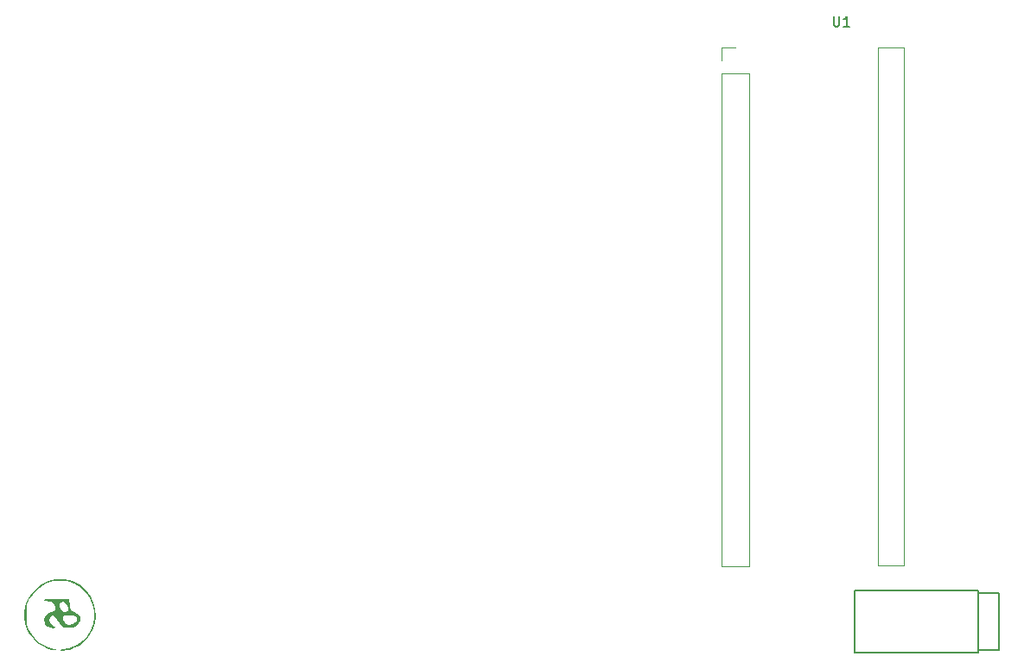
<source format=gbo>
%TF.GenerationSoftware,KiCad,Pcbnew,8.0.4*%
%TF.CreationDate,2024-08-06T18:16:02+02:00*%
%TF.ProjectId,keyboard_pcb,6b657962-6f61-4726-945f-7063622e6b69,rev1.0*%
%TF.SameCoordinates,Original*%
%TF.FileFunction,Legend,Bot*%
%TF.FilePolarity,Positive*%
%FSLAX46Y46*%
G04 Gerber Fmt 4.6, Leading zero omitted, Abs format (unit mm)*
G04 Created by KiCad (PCBNEW 8.0.4) date 2024-08-06 18:16:02*
%MOMM*%
%LPD*%
G01*
G04 APERTURE LIST*
%ADD10C,0.150000*%
%ADD11C,0.120000*%
%ADD12C,0.000000*%
G04 APERTURE END LIST*
D10*
X188653095Y-48664819D02*
X188653095Y-49474342D01*
X188653095Y-49474342D02*
X188700714Y-49569580D01*
X188700714Y-49569580D02*
X188748333Y-49617200D01*
X188748333Y-49617200D02*
X188843571Y-49664819D01*
X188843571Y-49664819D02*
X189034047Y-49664819D01*
X189034047Y-49664819D02*
X189129285Y-49617200D01*
X189129285Y-49617200D02*
X189176904Y-49569580D01*
X189176904Y-49569580D02*
X189224523Y-49474342D01*
X189224523Y-49474342D02*
X189224523Y-48664819D01*
X190224523Y-49664819D02*
X189653095Y-49664819D01*
X189938809Y-49664819D02*
X189938809Y-48664819D01*
X189938809Y-48664819D02*
X189843571Y-48807676D01*
X189843571Y-48807676D02*
X189748333Y-48902914D01*
X189748333Y-48902914D02*
X189653095Y-48950533D01*
%TO.C,J1*%
X190750000Y-104950000D02*
X190750000Y-111050000D01*
X202850000Y-104950000D02*
X190750000Y-104950000D01*
X202850000Y-104950000D02*
X202850000Y-111050000D01*
X202850000Y-105200000D02*
X204850000Y-105200000D01*
X202850000Y-110800000D02*
X204850000Y-110800000D01*
X202850000Y-111050000D02*
X190750000Y-111050000D01*
X204850000Y-105200000D02*
X204850000Y-110800000D01*
D11*
%TO.C,U1*%
X177705000Y-51690000D02*
X179035000Y-51690000D01*
X177705000Y-53020000D02*
X177705000Y-51690000D01*
X177705000Y-54290000D02*
X180365000Y-54290000D01*
X177705000Y-102610000D02*
X177705000Y-54290000D01*
X180365000Y-54290000D02*
X180365000Y-102610000D01*
X180365000Y-102610000D02*
X177705000Y-102610000D01*
X193005000Y-51750000D02*
X195545000Y-51750000D01*
X193005000Y-102550000D02*
X193005000Y-51750000D01*
X195545000Y-51750000D02*
X195545000Y-102550000D01*
X195545000Y-102550000D02*
X193005000Y-102550000D01*
D12*
%TO.C,G\u002A\u002A\u002A*%
G36*
X116272580Y-108232603D02*
G01*
X116033250Y-108914727D01*
X115643218Y-109559603D01*
X115627512Y-109580265D01*
X115221658Y-110023986D01*
X114737047Y-110380631D01*
X114129033Y-110683333D01*
X113991192Y-110738875D01*
X113751926Y-110816236D01*
X113507173Y-110858465D01*
X113202479Y-110873007D01*
X112783389Y-110867308D01*
X112400526Y-110853104D01*
X112098190Y-110824739D01*
X111851074Y-110769601D01*
X111600074Y-110674173D01*
X111286086Y-110524941D01*
X110798542Y-110233944D01*
X110247827Y-109746347D01*
X109822065Y-109164756D01*
X109529327Y-108508650D01*
X109377686Y-107797503D01*
X109376281Y-107373000D01*
X109571000Y-107373000D01*
X109574558Y-107776517D01*
X109591223Y-108094307D01*
X109628807Y-108336476D01*
X109695105Y-108551652D01*
X109797912Y-108788463D01*
X109934441Y-109047049D01*
X110366332Y-109627305D01*
X110912376Y-110114196D01*
X111541092Y-110482784D01*
X112221001Y-110708130D01*
X112259630Y-110716091D01*
X112732715Y-110784489D01*
X113158886Y-110773940D01*
X113635000Y-110682703D01*
X113886671Y-110610934D01*
X114544314Y-110320563D01*
X115095668Y-109922509D01*
X115538664Y-109436342D01*
X115871229Y-108881634D01*
X116091293Y-108277956D01*
X116196785Y-107644878D01*
X116185635Y-107001972D01*
X116055770Y-106368808D01*
X115805121Y-105764958D01*
X115431615Y-105209993D01*
X114933184Y-104723483D01*
X114307754Y-104325000D01*
X114252213Y-104297165D01*
X114026421Y-104193044D01*
X113823691Y-104126880D01*
X113595936Y-104090160D01*
X113295068Y-104074371D01*
X112873000Y-104071000D01*
X112802351Y-104071050D01*
X112398538Y-104075977D01*
X112108370Y-104094913D01*
X111883239Y-104136261D01*
X111674540Y-104208422D01*
X111433667Y-104319799D01*
X111194331Y-104451801D01*
X110649223Y-104863221D01*
X110174565Y-105373657D01*
X109819799Y-105933667D01*
X109800953Y-105972334D01*
X109695765Y-106205552D01*
X109628577Y-106413621D01*
X109590989Y-106645148D01*
X109574597Y-106948739D01*
X109571000Y-107373000D01*
X109376281Y-107373000D01*
X109375214Y-107050794D01*
X109529985Y-106287999D01*
X109670076Y-105916432D01*
X110032358Y-105298100D01*
X110510908Y-104774325D01*
X111083007Y-104357159D01*
X111725932Y-104058651D01*
X112416964Y-103890850D01*
X113133383Y-103865808D01*
X113852466Y-103995572D01*
X114288687Y-104156140D01*
X114917454Y-104518549D01*
X115442222Y-104988823D01*
X115856322Y-105546231D01*
X116153079Y-106170044D01*
X116325822Y-106839531D01*
X116367880Y-107533961D01*
X116352750Y-107644878D01*
X116272580Y-108232603D01*
G37*
G36*
X114009391Y-106958163D02*
G01*
X114130517Y-107047303D01*
X114328562Y-107129698D01*
X114392056Y-107154951D01*
X114673388Y-107314963D01*
X114820317Y-107522936D01*
X114842940Y-107680163D01*
X114862667Y-107817260D01*
X114849440Y-107916660D01*
X114720163Y-108173579D01*
X114485445Y-108415037D01*
X114185333Y-108595048D01*
X114112098Y-108618106D01*
X113856632Y-108653739D01*
X113564435Y-108653985D01*
X113510413Y-108649427D01*
X113228252Y-108591762D01*
X113004464Y-108461699D01*
X112802268Y-108229652D01*
X112584882Y-107866031D01*
X112443041Y-107632566D01*
X113169333Y-107632566D01*
X113198430Y-107839566D01*
X113305669Y-108103516D01*
X113457175Y-108281870D01*
X113533583Y-108319109D01*
X113791413Y-108340201D01*
X114083040Y-108264776D01*
X114349829Y-108113302D01*
X114533142Y-107906251D01*
X114550941Y-107868853D01*
X114558177Y-107680163D01*
X114413235Y-107537357D01*
X114126983Y-107446920D01*
X113710287Y-107415333D01*
X113625710Y-107415434D01*
X113368129Y-107421995D01*
X113231946Y-107450033D01*
X113178551Y-107515055D01*
X113169333Y-107632566D01*
X112443041Y-107632566D01*
X112440447Y-107628296D01*
X112304287Y-107494779D01*
X112155037Y-107457667D01*
X111972674Y-107509036D01*
X111856563Y-107662065D01*
X111828788Y-107875483D01*
X111885786Y-108107278D01*
X112023996Y-108315438D01*
X112239855Y-108457950D01*
X112352312Y-108505887D01*
X112476211Y-108596936D01*
X112439475Y-108661073D01*
X112241984Y-108685333D01*
X111978688Y-108654210D01*
X111649382Y-108504328D01*
X111427317Y-108249721D01*
X111400196Y-108194430D01*
X111307307Y-107844243D01*
X111374863Y-107545815D01*
X111601047Y-107302833D01*
X111984046Y-107118985D01*
X112006755Y-107111367D01*
X112268284Y-106998810D01*
X112391580Y-106862382D01*
X112392450Y-106662400D01*
X112286701Y-106359179D01*
X112276507Y-106335954D01*
X112851510Y-106335954D01*
X112869902Y-106554559D01*
X112947370Y-106779101D01*
X113055300Y-106950537D01*
X113099236Y-106988914D01*
X113332999Y-107071659D01*
X113580550Y-107001280D01*
X113644888Y-106901990D01*
X113643831Y-106698956D01*
X113563453Y-106460218D01*
X113415821Y-106241441D01*
X113258050Y-106097076D01*
X113129204Y-106076583D01*
X112963832Y-106172689D01*
X112931038Y-106198916D01*
X112851510Y-106335954D01*
X112276507Y-106335954D01*
X112251160Y-106278207D01*
X112157759Y-106138217D01*
X112015501Y-106072376D01*
X111764152Y-106044399D01*
X111648099Y-106032927D01*
X111428137Y-105981958D01*
X111326605Y-105910127D01*
X111326584Y-105910062D01*
X111346720Y-105866800D01*
X111454228Y-105838177D01*
X111669542Y-105822724D01*
X112013095Y-105818975D01*
X112505320Y-105825461D01*
X113719667Y-105849000D01*
X113837736Y-106418170D01*
X113870904Y-106575553D01*
X113933436Y-106816255D01*
X113979325Y-106901990D01*
X114009391Y-106958163D01*
G37*
%TD*%
M02*

</source>
